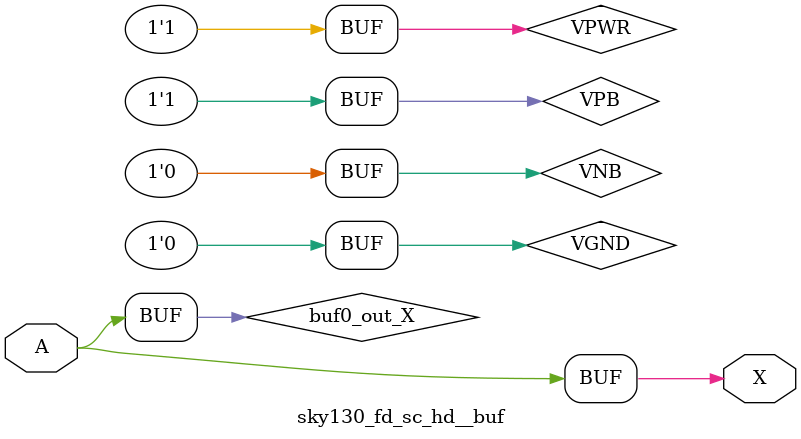
<source format=v>
/*
 * Copyright 2020 The SkyWater PDK Authors
 *
 * Licensed under the Apache License, Version 2.0 (the "License");
 * you may not use this file except in compliance with the License.
 * You may obtain a copy of the License at
 *
 *     https://www.apache.org/licenses/LICENSE-2.0
 *
 * Unless required by applicable law or agreed to in writing, software
 * distributed under the License is distributed on an "AS IS" BASIS,
 * WITHOUT WARRANTIES OR CONDITIONS OF ANY KIND, either express or implied.
 * See the License for the specific language governing permissions and
 * limitations under the License.
 *
 * SPDX-License-Identifier: Apache-2.0
*/


`ifndef SKY130_FD_SC_HD__BUF_BEHAVIORAL_V
`define SKY130_FD_SC_HD__BUF_BEHAVIORAL_V

/**
 * buf: Buffer.
 *
 * Verilog simulation functional model.
 */

`timescale 1ns / 1ps
`default_nettype none

`celldefine
module sky130_fd_sc_hd__buf (
    X,
    A
);

    // Module ports
    output X;
    input  A;

    // Module supplies
    supply1 VPWR;
    supply0 VGND;
    supply1 VPB ;
    supply0 VNB ;

    // Local signals
    wire buf0_out_X;

    //  Name  Output      Other arguments
    buf buf0 (buf0_out_X, A              );
    buf buf1 (X         , buf0_out_X     );

endmodule
`endcelldefine

`default_nettype wire
`endif  // SKY130_FD_SC_HD__BUF_BEHAVIORAL_V
</source>
